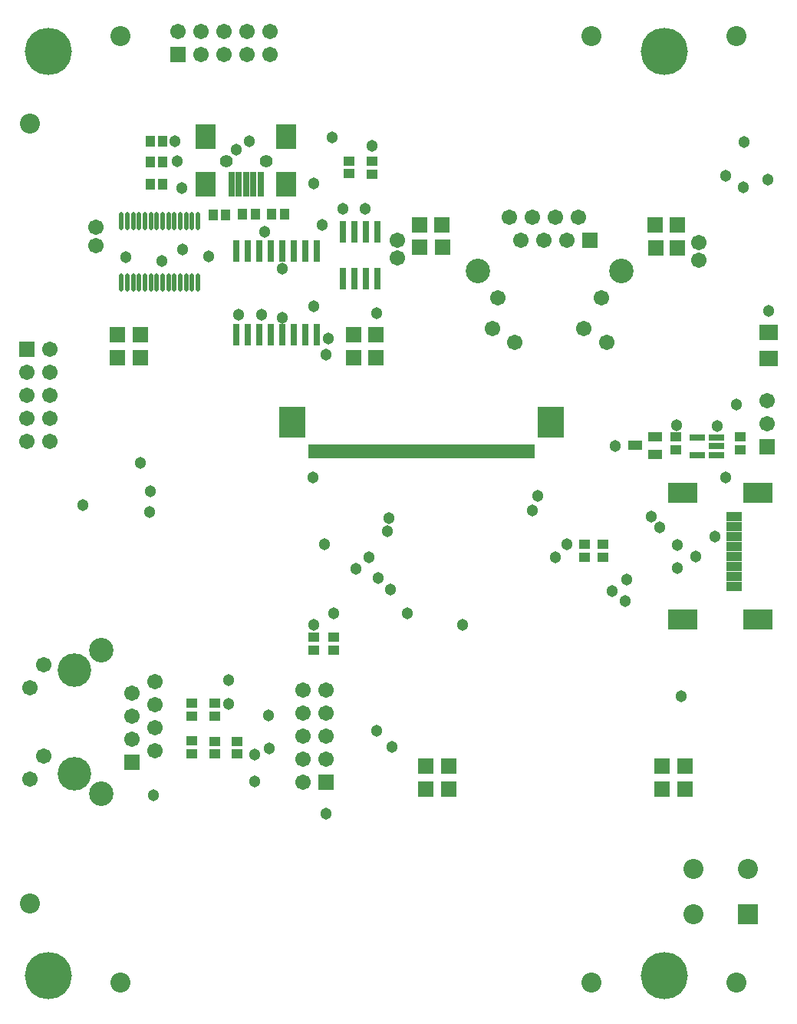
<source format=gbs>
%FSLAX43Y43*%
%MOMM*%
G71*
G01*
G75*
%ADD10C,0.300*%
%ADD11C,0.500*%
%ADD12C,0.600*%
%ADD13C,2.000*%
%ADD14C,5.000*%
%ADD15R,1.500X1.500*%
%ADD16C,1.500*%
%ADD17R,2.000X2.000*%
%ADD18C,3.500*%
%ADD19C,2.500*%
%ADD20C,1.200*%
%ADD21C,1.100*%
%ADD22R,2.800X3.200*%
%ADD23R,0.300X1.300*%
%ADD24R,1.600X0.800*%
%ADD25R,3.000X2.000*%
%ADD26R,1.000X0.800*%
%ADD27R,0.500X2.500*%
%ADD28R,2.000X2.500*%
%ADD29R,0.800X1.000*%
%ADD30O,0.350X1.800*%
%ADD31O,0.350X1.800*%
%ADD32R,0.600X2.200*%
%ADD33R,0.600X2.200*%
%ADD34R,0.600X2.150*%
%ADD35R,0.600X2.150*%
%ADD36R,1.800X1.600*%
%ADD37R,1.450X0.550*%
%ADD38R,1.450X0.550*%
%ADD39R,1.300X0.850*%
%ADD40C,0.400*%
%ADD41C,0.250*%
%ADD42C,0.200*%
%ADD43C,0.254*%
%ADD44C,0.100*%
%ADD45C,0.250*%
%ADD46C,2.203*%
%ADD47C,5.203*%
%ADD48R,1.703X1.703*%
%ADD49C,1.703*%
%ADD50R,2.203X2.203*%
%ADD51C,3.703*%
%ADD52C,2.703*%
%ADD53C,1.403*%
%ADD54C,1.303*%
%ADD55R,3.003X3.403*%
%ADD56R,0.503X1.503*%
%ADD57R,1.803X1.003*%
%ADD58R,3.203X2.203*%
%ADD59R,1.203X1.003*%
%ADD60R,0.703X2.703*%
%ADD61R,2.203X2.703*%
%ADD62R,1.003X1.203*%
%ADD63O,0.553X2.003*%
%ADD64O,0.553X2.003*%
%ADD65R,0.803X2.403*%
%ADD66R,0.803X2.403*%
%ADD67R,0.803X2.353*%
%ADD68R,0.803X2.353*%
%ADD69R,2.003X1.803*%
%ADD70R,1.653X0.753*%
%ADD71R,1.653X0.753*%
%ADD72R,1.503X1.053*%
D46*
X-2000Y8000D02*
D03*
X8000Y103700D02*
D03*
X60000D02*
D03*
X76000D02*
D03*
Y-700D02*
D03*
X60000D02*
D03*
X8000D02*
D03*
X71259Y6851D02*
D03*
X-2000Y94000D02*
D03*
X77259Y11851D02*
D03*
X71259D02*
D03*
D47*
X0Y102000D02*
D03*
Y0D02*
D03*
X68000D02*
D03*
X68000Y102000D02*
D03*
D48*
X69462Y80305D02*
D03*
X67062D02*
D03*
X69462Y82809D02*
D03*
X67037Y82805D02*
D03*
X41032Y80366D02*
D03*
X43520Y80362D02*
D03*
X43512Y82805D02*
D03*
X41037Y82855D02*
D03*
X14350Y101600D02*
D03*
X30676Y21400D02*
D03*
X-2350Y69100D02*
D03*
X79350Y58400D02*
D03*
X9252Y23563D02*
D03*
X44245Y23137D02*
D03*
Y20637D02*
D03*
X41695D02*
D03*
Y23137D02*
D03*
X70295D02*
D03*
Y20637D02*
D03*
X67745Y23137D02*
D03*
Y20637D02*
D03*
X59795Y81150D02*
D03*
X7700Y68225D02*
D03*
Y70725D02*
D03*
X10200Y70725D02*
D03*
Y68225D02*
D03*
X33700Y70725D02*
D03*
Y68225D02*
D03*
X36200Y70725D02*
D03*
Y68225D02*
D03*
D49*
X24510Y104140D02*
D03*
Y101600D02*
D03*
X21970Y104140D02*
D03*
Y101600D02*
D03*
X19430Y104140D02*
D03*
X19430Y101600D02*
D03*
X16890Y104140D02*
D03*
Y101600D02*
D03*
X14350Y104140D02*
D03*
X28136Y31560D02*
D03*
X30676D02*
D03*
X28136Y29020D02*
D03*
X30676D02*
D03*
X28136Y26480D02*
D03*
X30676D02*
D03*
X28136Y23940D02*
D03*
X30676D02*
D03*
X28136Y21400D02*
D03*
X-2350Y58940D02*
D03*
X190Y61480D02*
D03*
X-2350D02*
D03*
X190Y66560D02*
D03*
X-2350D02*
D03*
X190Y69100D02*
D03*
Y58940D02*
D03*
Y64020D02*
D03*
X-2350Y64020D02*
D03*
X79350Y60940D02*
D03*
Y63480D02*
D03*
X9252Y31183D02*
D03*
X11802Y24833D02*
D03*
X9252Y26103D02*
D03*
X11802Y27373D02*
D03*
X9252Y28643D02*
D03*
X11802Y29913D02*
D03*
Y32453D02*
D03*
X-1998Y21698D02*
D03*
X-478Y24238D02*
D03*
X-1998Y31808D02*
D03*
X-478Y34318D02*
D03*
X58525Y83700D02*
D03*
X57255Y81150D02*
D03*
X55985Y83700D02*
D03*
X54715Y81150D02*
D03*
X53445Y83700D02*
D03*
X52175Y81150D02*
D03*
X50905Y83700D02*
D03*
X61660Y69900D02*
D03*
X59120Y71420D02*
D03*
X51550Y69900D02*
D03*
X49040Y71420D02*
D03*
X49650Y74800D02*
D03*
X61050D02*
D03*
X5325Y82600D02*
D03*
Y80600D02*
D03*
X71875Y80925D02*
D03*
Y78925D02*
D03*
X38600Y81175D02*
D03*
Y79175D02*
D03*
D50*
X77259Y6851D02*
D03*
D51*
X2902Y22308D02*
D03*
X2902Y33708D02*
D03*
D52*
X5902Y35908D02*
D03*
X5902Y20108D02*
D03*
X47450Y77800D02*
D03*
X63250D02*
D03*
D53*
X24075Y89900D02*
D03*
X19675D02*
D03*
D54*
X23950Y82075D02*
D03*
X14750Y86947D02*
D03*
X14825Y80125D02*
D03*
X30250Y82847D02*
D03*
X31325Y92475D02*
D03*
X29350Y87447D02*
D03*
X37500Y49025D02*
D03*
X67550Y49475D02*
D03*
X29250Y54975D02*
D03*
X54075Y52925D02*
D03*
X53450Y51325D02*
D03*
X45775Y38700D02*
D03*
X29350Y38775D02*
D03*
X39700Y39975D02*
D03*
X37950Y25250D02*
D03*
X24325Y28725D02*
D03*
X24450Y25125D02*
D03*
X36250Y27025D02*
D03*
X22850Y21475D02*
D03*
Y24425D02*
D03*
X19900Y30050D02*
D03*
Y32650D02*
D03*
X11675Y19950D02*
D03*
X30700Y17925D02*
D03*
X69925Y30850D02*
D03*
X13975Y92100D02*
D03*
X22225Y92050D02*
D03*
X20800Y91150D02*
D03*
X14275Y89875D02*
D03*
X57250Y47600D02*
D03*
X56000Y46200D02*
D03*
X35425Y46225D02*
D03*
X30500Y47625D02*
D03*
X74825Y54975D02*
D03*
X73575Y48475D02*
D03*
X69500Y47500D02*
D03*
X69475Y45000D02*
D03*
X71525Y46294D02*
D03*
X79525Y73400D02*
D03*
X62600Y58450D02*
D03*
X73875Y60650D02*
D03*
X69350Y60775D02*
D03*
X63900Y43725D02*
D03*
X33950Y44900D02*
D03*
X36475Y43900D02*
D03*
X62250Y42475D02*
D03*
X63725Y41400D02*
D03*
X37775Y42625D02*
D03*
X37650Y50500D02*
D03*
X66550Y50675D02*
D03*
X31575Y40000D02*
D03*
X30650Y68500D02*
D03*
X35025Y84650D02*
D03*
X32525D02*
D03*
X35775Y91550D02*
D03*
X23550Y72975D02*
D03*
X36275Y73150D02*
D03*
X21050Y72900D02*
D03*
X29350Y73875D02*
D03*
X30900Y70275D02*
D03*
X12550Y78850D02*
D03*
X25875Y78000D02*
D03*
X17700Y79375D02*
D03*
X25875Y72600D02*
D03*
X75975Y63025D02*
D03*
X3875Y51925D02*
D03*
X11250Y51200D02*
D03*
X11275Y53475D02*
D03*
X10175Y56625D02*
D03*
X76800Y92025D02*
D03*
X76775Y87000D02*
D03*
X74800Y88275D02*
D03*
X79475Y87850D02*
D03*
X8625Y79275D02*
D03*
D55*
X27000Y61100D02*
D03*
X55500D02*
D03*
D56*
X53500Y57850D02*
D03*
X53000D02*
D03*
X52500D02*
D03*
X52000D02*
D03*
X51500D02*
D03*
X51000D02*
D03*
X50500D02*
D03*
X50000D02*
D03*
X49500D02*
D03*
X49000D02*
D03*
X48500D02*
D03*
X48000D02*
D03*
X47500D02*
D03*
X47000D02*
D03*
X46500D02*
D03*
X46000D02*
D03*
X45500D02*
D03*
X45000D02*
D03*
X44500D02*
D03*
X44000D02*
D03*
X43500D02*
D03*
X43000D02*
D03*
X42500D02*
D03*
X42000D02*
D03*
X41500D02*
D03*
X41000D02*
D03*
X40500D02*
D03*
X40000D02*
D03*
X39000D02*
D03*
X39500D02*
D03*
X38500D02*
D03*
X38000D02*
D03*
X37500D02*
D03*
X37000D02*
D03*
X36500D02*
D03*
X36000D02*
D03*
X35500D02*
D03*
X35000D02*
D03*
X34500D02*
D03*
X34000D02*
D03*
X33500D02*
D03*
X33000D02*
D03*
X32500D02*
D03*
X32000D02*
D03*
X31500D02*
D03*
X31000D02*
D03*
X30500D02*
D03*
X30000D02*
D03*
X29500D02*
D03*
X29000D02*
D03*
D57*
X75720Y42994D02*
D03*
X75720Y44095D02*
D03*
Y45194D02*
D03*
X75720Y46294D02*
D03*
X75720Y47395D02*
D03*
X75720Y48494D02*
D03*
X75720Y49595D02*
D03*
X75720Y50694D02*
D03*
D58*
X78350Y53300D02*
D03*
Y39300D02*
D03*
X70050Y53300D02*
D03*
Y39300D02*
D03*
D59*
X15850Y25950D02*
D03*
Y24550D02*
D03*
X18400Y24500D02*
D03*
Y25900D02*
D03*
X20850Y24500D02*
D03*
Y25900D02*
D03*
X18400Y30100D02*
D03*
Y28700D02*
D03*
X29350Y37350D02*
D03*
Y35950D02*
D03*
X31550Y37350D02*
D03*
Y35950D02*
D03*
X33225Y89900D02*
D03*
Y88500D02*
D03*
X35775Y89850D02*
D03*
Y88450D02*
D03*
X76425Y59475D02*
D03*
Y58075D02*
D03*
X69325D02*
D03*
Y59475D02*
D03*
X15850Y28700D02*
D03*
Y30100D02*
D03*
X61250Y47600D02*
D03*
Y46200D02*
D03*
X59200Y47600D02*
D03*
Y46200D02*
D03*
D60*
X20275Y87320D02*
D03*
X21075D02*
D03*
X21875D02*
D03*
X22675D02*
D03*
X23475Y87300D02*
D03*
D61*
X17425Y87320D02*
D03*
Y92592D02*
D03*
X26325Y87320D02*
D03*
Y92592D02*
D03*
D62*
X12675Y92050D02*
D03*
X11275D02*
D03*
X12675Y89750D02*
D03*
X11275D02*
D03*
X21475Y84000D02*
D03*
X22875D02*
D03*
X12675Y87350D02*
D03*
X11275D02*
D03*
X18225Y83950D02*
D03*
X19625D02*
D03*
X26075Y84000D02*
D03*
X24675D02*
D03*
D63*
X8106Y83304D02*
D03*
X8756D02*
D03*
X9406D02*
D03*
X10706D02*
D03*
X11356D02*
D03*
X12006D02*
D03*
X12656D02*
D03*
X13306D02*
D03*
X13956D02*
D03*
X14606D02*
D03*
X15256D02*
D03*
X15906D02*
D03*
X16556D02*
D03*
X8106Y76504D02*
D03*
X8756D02*
D03*
X9406D02*
D03*
X10056D02*
D03*
X10706D02*
D03*
X11356D02*
D03*
X12006D02*
D03*
X13306D02*
D03*
X14606D02*
D03*
X15906D02*
D03*
D64*
X10056Y83304D02*
D03*
X12656Y76504D02*
D03*
X13956D02*
D03*
X15256D02*
D03*
X16556D02*
D03*
D65*
X33843Y82111D02*
D03*
X35113Y82111D02*
D03*
X36383Y82111D02*
D03*
X33843Y76911D02*
D03*
X35113D02*
D03*
X36383Y76911D02*
D03*
D66*
X32573Y76911D02*
D03*
Y82111D02*
D03*
D67*
X22050Y79975D02*
D03*
X23320D02*
D03*
X24590D02*
D03*
X25860D02*
D03*
X27130D02*
D03*
X22050Y70725D02*
D03*
X23320D02*
D03*
X24590D02*
D03*
X25860D02*
D03*
X27130D02*
D03*
X29670D02*
D03*
X20780Y79975D02*
D03*
Y70725D02*
D03*
X28400Y79975D02*
D03*
D68*
X29670Y79975D02*
D03*
X28400Y70725D02*
D03*
D69*
X79562Y70955D02*
D03*
X79562Y68155D02*
D03*
D70*
X71650Y59375D02*
D03*
Y57475D02*
D03*
X73800D02*
D03*
Y58425D02*
D03*
D71*
X73800Y59375D02*
D03*
D72*
X66977Y59473D02*
D03*
X66977Y57573D02*
D03*
X64777Y58523D02*
D03*
M02*

</source>
